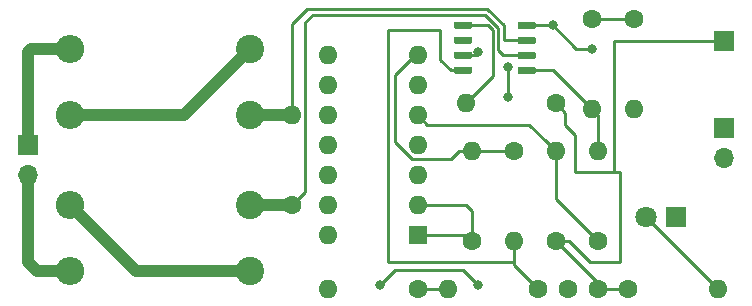
<source format=gtl>
G04 #@! TF.GenerationSoftware,KiCad,Pcbnew,5.0.2-bee76a0~70~ubuntu18.04.1*
G04 #@! TF.CreationDate,2019-03-27T19:33:44-04:00*
G04 #@! TF.ProjectId,linemonitor,6c696e65-6d6f-46e6-9974-6f722e6b6963,rev?*
G04 #@! TF.SameCoordinates,Original*
G04 #@! TF.FileFunction,Copper,L1,Top*
G04 #@! TF.FilePolarity,Positive*
%FSLAX46Y46*%
G04 Gerber Fmt 4.6, Leading zero omitted, Abs format (unit mm)*
G04 Created by KiCad (PCBNEW 5.0.2-bee76a0~70~ubuntu18.04.1) date Wed 27 Mar 2019 07:33:44 PM EDT*
%MOMM*%
%LPD*%
G01*
G04 APERTURE LIST*
G04 #@! TA.AperFunction,ComponentPad*
%ADD10C,1.600000*%
G04 #@! TD*
G04 #@! TA.AperFunction,ComponentPad*
%ADD11C,2.400000*%
G04 #@! TD*
G04 #@! TA.AperFunction,ComponentPad*
%ADD12O,2.400000X2.400000*%
G04 #@! TD*
G04 #@! TA.AperFunction,ComponentPad*
%ADD13O,1.600000X1.600000*%
G04 #@! TD*
G04 #@! TA.AperFunction,Conductor*
%ADD14C,0.100000*%
G04 #@! TD*
G04 #@! TA.AperFunction,SMDPad,CuDef*
%ADD15C,0.600000*%
G04 #@! TD*
G04 #@! TA.AperFunction,ComponentPad*
%ADD16R,1.600000X1.600000*%
G04 #@! TD*
G04 #@! TA.AperFunction,ComponentPad*
%ADD17R,1.800000X1.800000*%
G04 #@! TD*
G04 #@! TA.AperFunction,ComponentPad*
%ADD18C,1.800000*%
G04 #@! TD*
G04 #@! TA.AperFunction,ComponentPad*
%ADD19R,1.700000X1.700000*%
G04 #@! TD*
G04 #@! TA.AperFunction,ComponentPad*
%ADD20O,1.700000X1.700000*%
G04 #@! TD*
G04 #@! TA.AperFunction,ViaPad*
%ADD21C,0.800000*%
G04 #@! TD*
G04 #@! TA.AperFunction,Conductor*
%ADD22C,0.250000*%
G04 #@! TD*
G04 #@! TA.AperFunction,Conductor*
%ADD23C,1.000000*%
G04 #@! TD*
G04 APERTURE END LIST*
D10*
G04 #@! TO.P,C1,1*
G04 #@! TO.N,Net-(C1-Pad1)*
X116840000Y-110236000D03*
G04 #@! TO.P,C1,2*
G04 #@! TO.N,GNDREF*
X114340000Y-110236000D03*
G04 #@! TD*
D11*
G04 #@! TO.P,R1,1*
G04 #@! TO.N,Net-(R1-Pad1)*
X87376000Y-108712000D03*
D12*
G04 #@! TO.P,R1,2*
G04 #@! TO.N,Net-(J1-Pad2)*
X72136000Y-108712000D03*
G04 #@! TD*
G04 #@! TO.P,R2,2*
G04 #@! TO.N,Net-(R1-Pad1)*
X72136000Y-103124000D03*
D11*
G04 #@! TO.P,R2,1*
G04 #@! TO.N,Net-(R2-Pad1)*
X87376000Y-103124000D03*
G04 #@! TD*
G04 #@! TO.P,R3,1*
G04 #@! TO.N,Net-(R3-Pad1)*
X87376000Y-89916000D03*
D12*
G04 #@! TO.P,R3,2*
G04 #@! TO.N,Net-(J1-Pad1)*
X72136000Y-89916000D03*
G04 #@! TD*
G04 #@! TO.P,R4,2*
G04 #@! TO.N,Net-(R3-Pad1)*
X72136000Y-95504000D03*
D11*
G04 #@! TO.P,R4,1*
G04 #@! TO.N,Net-(R4-Pad1)*
X87376000Y-95504000D03*
G04 #@! TD*
D10*
G04 #@! TO.P,R5,1*
G04 #@! TO.N,Net-(R2-Pad1)*
X90932000Y-103124000D03*
D13*
G04 #@! TO.P,R5,2*
G04 #@! TO.N,Net-(R4-Pad1)*
X90932000Y-95504000D03*
G04 #@! TD*
G04 #@! TO.P,R6,2*
G04 #@! TO.N,Net-(R6-Pad2)*
X106172000Y-98552000D03*
D10*
G04 #@! TO.P,R6,1*
G04 #@! TO.N,Net-(C1-Pad1)*
X106172000Y-106172000D03*
G04 #@! TD*
G04 #@! TO.P,R7,1*
G04 #@! TO.N,Net-(R7-Pad1)*
X119888000Y-87376000D03*
D13*
G04 #@! TO.P,R7,2*
G04 #@! TO.N,GNDREF*
X119888000Y-94996000D03*
G04 #@! TD*
G04 #@! TO.P,R8,2*
G04 #@! TO.N,Net-(R11-Pad1)*
X109728000Y-106172000D03*
D10*
G04 #@! TO.P,R8,1*
G04 #@! TO.N,Net-(R6-Pad2)*
X109728000Y-98552000D03*
G04 #@! TD*
G04 #@! TO.P,R9,1*
G04 #@! TO.N,Net-(R7-Pad1)*
X116332000Y-87376000D03*
D13*
G04 #@! TO.P,R9,2*
G04 #@! TO.N,Net-(R12-Pad2)*
X116332000Y-94996000D03*
G04 #@! TD*
G04 #@! TO.P,R10,2*
G04 #@! TO.N,GNDREF*
X93980000Y-110236000D03*
D10*
G04 #@! TO.P,R10,1*
G04 #@! TO.N,Net-(R10-Pad1)*
X101600000Y-110236000D03*
G04 #@! TD*
D13*
G04 #@! TO.P,R11,2*
G04 #@! TO.N,Net-(R10-Pad1)*
X104140000Y-110236000D03*
D10*
G04 #@! TO.P,R11,1*
G04 #@! TO.N,Net-(R11-Pad1)*
X111760000Y-110236000D03*
G04 #@! TD*
G04 #@! TO.P,R12,1*
G04 #@! TO.N,Net-(R12-Pad1)*
X116840000Y-106172000D03*
D13*
G04 #@! TO.P,R12,2*
G04 #@! TO.N,Net-(R12-Pad2)*
X116840000Y-98552000D03*
G04 #@! TD*
G04 #@! TO.P,R15,2*
G04 #@! TO.N,+3V3*
X105664000Y-94488000D03*
D10*
G04 #@! TO.P,R15,1*
G04 #@! TO.N,Net-(C1-Pad1)*
X113284000Y-94488000D03*
G04 #@! TD*
G04 #@! TO.P,R17,1*
G04 #@! TO.N,Net-(C1-Pad1)*
X113284000Y-106172000D03*
D13*
G04 #@! TO.P,R17,2*
G04 #@! TO.N,Net-(R12-Pad1)*
X113284000Y-98552000D03*
G04 #@! TD*
D14*
G04 #@! TO.N,+3V3*
G04 #@! TO.C,U1*
G36*
X106036703Y-87584722D02*
X106051264Y-87586882D01*
X106065543Y-87590459D01*
X106079403Y-87595418D01*
X106092710Y-87601712D01*
X106105336Y-87609280D01*
X106117159Y-87618048D01*
X106128066Y-87627934D01*
X106137952Y-87638841D01*
X106146720Y-87650664D01*
X106154288Y-87663290D01*
X106160582Y-87676597D01*
X106165541Y-87690457D01*
X106169118Y-87704736D01*
X106171278Y-87719297D01*
X106172000Y-87734000D01*
X106172000Y-88034000D01*
X106171278Y-88048703D01*
X106169118Y-88063264D01*
X106165541Y-88077543D01*
X106160582Y-88091403D01*
X106154288Y-88104710D01*
X106146720Y-88117336D01*
X106137952Y-88129159D01*
X106128066Y-88140066D01*
X106117159Y-88149952D01*
X106105336Y-88158720D01*
X106092710Y-88166288D01*
X106079403Y-88172582D01*
X106065543Y-88177541D01*
X106051264Y-88181118D01*
X106036703Y-88183278D01*
X106022000Y-88184000D01*
X104798000Y-88184000D01*
X104783297Y-88183278D01*
X104768736Y-88181118D01*
X104754457Y-88177541D01*
X104740597Y-88172582D01*
X104727290Y-88166288D01*
X104714664Y-88158720D01*
X104702841Y-88149952D01*
X104691934Y-88140066D01*
X104682048Y-88129159D01*
X104673280Y-88117336D01*
X104665712Y-88104710D01*
X104659418Y-88091403D01*
X104654459Y-88077543D01*
X104650882Y-88063264D01*
X104648722Y-88048703D01*
X104648000Y-88034000D01*
X104648000Y-87734000D01*
X104648722Y-87719297D01*
X104650882Y-87704736D01*
X104654459Y-87690457D01*
X104659418Y-87676597D01*
X104665712Y-87663290D01*
X104673280Y-87650664D01*
X104682048Y-87638841D01*
X104691934Y-87627934D01*
X104702841Y-87618048D01*
X104714664Y-87609280D01*
X104727290Y-87601712D01*
X104740597Y-87595418D01*
X104754457Y-87590459D01*
X104768736Y-87586882D01*
X104783297Y-87584722D01*
X104798000Y-87584000D01*
X106022000Y-87584000D01*
X106036703Y-87584722D01*
X106036703Y-87584722D01*
G37*
D15*
G04 #@! TD*
G04 #@! TO.P,U1,1*
G04 #@! TO.N,+3V3*
X105410000Y-87884000D03*
D14*
G04 #@! TO.N,Net-(U1-Pad2)*
G04 #@! TO.C,U1*
G36*
X106036703Y-88854722D02*
X106051264Y-88856882D01*
X106065543Y-88860459D01*
X106079403Y-88865418D01*
X106092710Y-88871712D01*
X106105336Y-88879280D01*
X106117159Y-88888048D01*
X106128066Y-88897934D01*
X106137952Y-88908841D01*
X106146720Y-88920664D01*
X106154288Y-88933290D01*
X106160582Y-88946597D01*
X106165541Y-88960457D01*
X106169118Y-88974736D01*
X106171278Y-88989297D01*
X106172000Y-89004000D01*
X106172000Y-89304000D01*
X106171278Y-89318703D01*
X106169118Y-89333264D01*
X106165541Y-89347543D01*
X106160582Y-89361403D01*
X106154288Y-89374710D01*
X106146720Y-89387336D01*
X106137952Y-89399159D01*
X106128066Y-89410066D01*
X106117159Y-89419952D01*
X106105336Y-89428720D01*
X106092710Y-89436288D01*
X106079403Y-89442582D01*
X106065543Y-89447541D01*
X106051264Y-89451118D01*
X106036703Y-89453278D01*
X106022000Y-89454000D01*
X104798000Y-89454000D01*
X104783297Y-89453278D01*
X104768736Y-89451118D01*
X104754457Y-89447541D01*
X104740597Y-89442582D01*
X104727290Y-89436288D01*
X104714664Y-89428720D01*
X104702841Y-89419952D01*
X104691934Y-89410066D01*
X104682048Y-89399159D01*
X104673280Y-89387336D01*
X104665712Y-89374710D01*
X104659418Y-89361403D01*
X104654459Y-89347543D01*
X104650882Y-89333264D01*
X104648722Y-89318703D01*
X104648000Y-89304000D01*
X104648000Y-89004000D01*
X104648722Y-88989297D01*
X104650882Y-88974736D01*
X104654459Y-88960457D01*
X104659418Y-88946597D01*
X104665712Y-88933290D01*
X104673280Y-88920664D01*
X104682048Y-88908841D01*
X104691934Y-88897934D01*
X104702841Y-88888048D01*
X104714664Y-88879280D01*
X104727290Y-88871712D01*
X104740597Y-88865418D01*
X104754457Y-88860459D01*
X104768736Y-88856882D01*
X104783297Y-88854722D01*
X104798000Y-88854000D01*
X106022000Y-88854000D01*
X106036703Y-88854722D01*
X106036703Y-88854722D01*
G37*
D15*
G04 #@! TD*
G04 #@! TO.P,U1,2*
G04 #@! TO.N,Net-(U1-Pad2)*
X105410000Y-89154000D03*
D14*
G04 #@! TO.N,GNDREF*
G04 #@! TO.C,U1*
G36*
X106036703Y-90124722D02*
X106051264Y-90126882D01*
X106065543Y-90130459D01*
X106079403Y-90135418D01*
X106092710Y-90141712D01*
X106105336Y-90149280D01*
X106117159Y-90158048D01*
X106128066Y-90167934D01*
X106137952Y-90178841D01*
X106146720Y-90190664D01*
X106154288Y-90203290D01*
X106160582Y-90216597D01*
X106165541Y-90230457D01*
X106169118Y-90244736D01*
X106171278Y-90259297D01*
X106172000Y-90274000D01*
X106172000Y-90574000D01*
X106171278Y-90588703D01*
X106169118Y-90603264D01*
X106165541Y-90617543D01*
X106160582Y-90631403D01*
X106154288Y-90644710D01*
X106146720Y-90657336D01*
X106137952Y-90669159D01*
X106128066Y-90680066D01*
X106117159Y-90689952D01*
X106105336Y-90698720D01*
X106092710Y-90706288D01*
X106079403Y-90712582D01*
X106065543Y-90717541D01*
X106051264Y-90721118D01*
X106036703Y-90723278D01*
X106022000Y-90724000D01*
X104798000Y-90724000D01*
X104783297Y-90723278D01*
X104768736Y-90721118D01*
X104754457Y-90717541D01*
X104740597Y-90712582D01*
X104727290Y-90706288D01*
X104714664Y-90698720D01*
X104702841Y-90689952D01*
X104691934Y-90680066D01*
X104682048Y-90669159D01*
X104673280Y-90657336D01*
X104665712Y-90644710D01*
X104659418Y-90631403D01*
X104654459Y-90617543D01*
X104650882Y-90603264D01*
X104648722Y-90588703D01*
X104648000Y-90574000D01*
X104648000Y-90274000D01*
X104648722Y-90259297D01*
X104650882Y-90244736D01*
X104654459Y-90230457D01*
X104659418Y-90216597D01*
X104665712Y-90203290D01*
X104673280Y-90190664D01*
X104682048Y-90178841D01*
X104691934Y-90167934D01*
X104702841Y-90158048D01*
X104714664Y-90149280D01*
X104727290Y-90141712D01*
X104740597Y-90135418D01*
X104754457Y-90130459D01*
X104768736Y-90126882D01*
X104783297Y-90124722D01*
X104798000Y-90124000D01*
X106022000Y-90124000D01*
X106036703Y-90124722D01*
X106036703Y-90124722D01*
G37*
D15*
G04 #@! TD*
G04 #@! TO.P,U1,3*
G04 #@! TO.N,GNDREF*
X105410000Y-90424000D03*
D14*
G04 #@! TO.N,Net-(R11-Pad1)*
G04 #@! TO.C,U1*
G36*
X106036703Y-91394722D02*
X106051264Y-91396882D01*
X106065543Y-91400459D01*
X106079403Y-91405418D01*
X106092710Y-91411712D01*
X106105336Y-91419280D01*
X106117159Y-91428048D01*
X106128066Y-91437934D01*
X106137952Y-91448841D01*
X106146720Y-91460664D01*
X106154288Y-91473290D01*
X106160582Y-91486597D01*
X106165541Y-91500457D01*
X106169118Y-91514736D01*
X106171278Y-91529297D01*
X106172000Y-91544000D01*
X106172000Y-91844000D01*
X106171278Y-91858703D01*
X106169118Y-91873264D01*
X106165541Y-91887543D01*
X106160582Y-91901403D01*
X106154288Y-91914710D01*
X106146720Y-91927336D01*
X106137952Y-91939159D01*
X106128066Y-91950066D01*
X106117159Y-91959952D01*
X106105336Y-91968720D01*
X106092710Y-91976288D01*
X106079403Y-91982582D01*
X106065543Y-91987541D01*
X106051264Y-91991118D01*
X106036703Y-91993278D01*
X106022000Y-91994000D01*
X104798000Y-91994000D01*
X104783297Y-91993278D01*
X104768736Y-91991118D01*
X104754457Y-91987541D01*
X104740597Y-91982582D01*
X104727290Y-91976288D01*
X104714664Y-91968720D01*
X104702841Y-91959952D01*
X104691934Y-91950066D01*
X104682048Y-91939159D01*
X104673280Y-91927336D01*
X104665712Y-91914710D01*
X104659418Y-91901403D01*
X104654459Y-91887543D01*
X104650882Y-91873264D01*
X104648722Y-91858703D01*
X104648000Y-91844000D01*
X104648000Y-91544000D01*
X104648722Y-91529297D01*
X104650882Y-91514736D01*
X104654459Y-91500457D01*
X104659418Y-91486597D01*
X104665712Y-91473290D01*
X104673280Y-91460664D01*
X104682048Y-91448841D01*
X104691934Y-91437934D01*
X104702841Y-91428048D01*
X104714664Y-91419280D01*
X104727290Y-91411712D01*
X104740597Y-91405418D01*
X104754457Y-91400459D01*
X104768736Y-91396882D01*
X104783297Y-91394722D01*
X104798000Y-91394000D01*
X106022000Y-91394000D01*
X106036703Y-91394722D01*
X106036703Y-91394722D01*
G37*
D15*
G04 #@! TD*
G04 #@! TO.P,U1,4*
G04 #@! TO.N,Net-(R11-Pad1)*
X105410000Y-91694000D03*
D14*
G04 #@! TO.N,Net-(R12-Pad2)*
G04 #@! TO.C,U1*
G36*
X111446703Y-91394722D02*
X111461264Y-91396882D01*
X111475543Y-91400459D01*
X111489403Y-91405418D01*
X111502710Y-91411712D01*
X111515336Y-91419280D01*
X111527159Y-91428048D01*
X111538066Y-91437934D01*
X111547952Y-91448841D01*
X111556720Y-91460664D01*
X111564288Y-91473290D01*
X111570582Y-91486597D01*
X111575541Y-91500457D01*
X111579118Y-91514736D01*
X111581278Y-91529297D01*
X111582000Y-91544000D01*
X111582000Y-91844000D01*
X111581278Y-91858703D01*
X111579118Y-91873264D01*
X111575541Y-91887543D01*
X111570582Y-91901403D01*
X111564288Y-91914710D01*
X111556720Y-91927336D01*
X111547952Y-91939159D01*
X111538066Y-91950066D01*
X111527159Y-91959952D01*
X111515336Y-91968720D01*
X111502710Y-91976288D01*
X111489403Y-91982582D01*
X111475543Y-91987541D01*
X111461264Y-91991118D01*
X111446703Y-91993278D01*
X111432000Y-91994000D01*
X110208000Y-91994000D01*
X110193297Y-91993278D01*
X110178736Y-91991118D01*
X110164457Y-91987541D01*
X110150597Y-91982582D01*
X110137290Y-91976288D01*
X110124664Y-91968720D01*
X110112841Y-91959952D01*
X110101934Y-91950066D01*
X110092048Y-91939159D01*
X110083280Y-91927336D01*
X110075712Y-91914710D01*
X110069418Y-91901403D01*
X110064459Y-91887543D01*
X110060882Y-91873264D01*
X110058722Y-91858703D01*
X110058000Y-91844000D01*
X110058000Y-91544000D01*
X110058722Y-91529297D01*
X110060882Y-91514736D01*
X110064459Y-91500457D01*
X110069418Y-91486597D01*
X110075712Y-91473290D01*
X110083280Y-91460664D01*
X110092048Y-91448841D01*
X110101934Y-91437934D01*
X110112841Y-91428048D01*
X110124664Y-91419280D01*
X110137290Y-91411712D01*
X110150597Y-91405418D01*
X110164457Y-91400459D01*
X110178736Y-91396882D01*
X110193297Y-91394722D01*
X110208000Y-91394000D01*
X111432000Y-91394000D01*
X111446703Y-91394722D01*
X111446703Y-91394722D01*
G37*
D15*
G04 #@! TD*
G04 #@! TO.P,U1,5*
G04 #@! TO.N,Net-(R12-Pad2)*
X110820000Y-91694000D03*
D14*
G04 #@! TO.N,Net-(R2-Pad1)*
G04 #@! TO.C,U1*
G36*
X111446703Y-90124722D02*
X111461264Y-90126882D01*
X111475543Y-90130459D01*
X111489403Y-90135418D01*
X111502710Y-90141712D01*
X111515336Y-90149280D01*
X111527159Y-90158048D01*
X111538066Y-90167934D01*
X111547952Y-90178841D01*
X111556720Y-90190664D01*
X111564288Y-90203290D01*
X111570582Y-90216597D01*
X111575541Y-90230457D01*
X111579118Y-90244736D01*
X111581278Y-90259297D01*
X111582000Y-90274000D01*
X111582000Y-90574000D01*
X111581278Y-90588703D01*
X111579118Y-90603264D01*
X111575541Y-90617543D01*
X111570582Y-90631403D01*
X111564288Y-90644710D01*
X111556720Y-90657336D01*
X111547952Y-90669159D01*
X111538066Y-90680066D01*
X111527159Y-90689952D01*
X111515336Y-90698720D01*
X111502710Y-90706288D01*
X111489403Y-90712582D01*
X111475543Y-90717541D01*
X111461264Y-90721118D01*
X111446703Y-90723278D01*
X111432000Y-90724000D01*
X110208000Y-90724000D01*
X110193297Y-90723278D01*
X110178736Y-90721118D01*
X110164457Y-90717541D01*
X110150597Y-90712582D01*
X110137290Y-90706288D01*
X110124664Y-90698720D01*
X110112841Y-90689952D01*
X110101934Y-90680066D01*
X110092048Y-90669159D01*
X110083280Y-90657336D01*
X110075712Y-90644710D01*
X110069418Y-90631403D01*
X110064459Y-90617543D01*
X110060882Y-90603264D01*
X110058722Y-90588703D01*
X110058000Y-90574000D01*
X110058000Y-90274000D01*
X110058722Y-90259297D01*
X110060882Y-90244736D01*
X110064459Y-90230457D01*
X110069418Y-90216597D01*
X110075712Y-90203290D01*
X110083280Y-90190664D01*
X110092048Y-90178841D01*
X110101934Y-90167934D01*
X110112841Y-90158048D01*
X110124664Y-90149280D01*
X110137290Y-90141712D01*
X110150597Y-90135418D01*
X110164457Y-90130459D01*
X110178736Y-90126882D01*
X110193297Y-90124722D01*
X110208000Y-90124000D01*
X111432000Y-90124000D01*
X111446703Y-90124722D01*
X111446703Y-90124722D01*
G37*
D15*
G04 #@! TD*
G04 #@! TO.P,U1,6*
G04 #@! TO.N,Net-(R2-Pad1)*
X110820000Y-90424000D03*
D14*
G04 #@! TO.N,Net-(R4-Pad1)*
G04 #@! TO.C,U1*
G36*
X111446703Y-88854722D02*
X111461264Y-88856882D01*
X111475543Y-88860459D01*
X111489403Y-88865418D01*
X111502710Y-88871712D01*
X111515336Y-88879280D01*
X111527159Y-88888048D01*
X111538066Y-88897934D01*
X111547952Y-88908841D01*
X111556720Y-88920664D01*
X111564288Y-88933290D01*
X111570582Y-88946597D01*
X111575541Y-88960457D01*
X111579118Y-88974736D01*
X111581278Y-88989297D01*
X111582000Y-89004000D01*
X111582000Y-89304000D01*
X111581278Y-89318703D01*
X111579118Y-89333264D01*
X111575541Y-89347543D01*
X111570582Y-89361403D01*
X111564288Y-89374710D01*
X111556720Y-89387336D01*
X111547952Y-89399159D01*
X111538066Y-89410066D01*
X111527159Y-89419952D01*
X111515336Y-89428720D01*
X111502710Y-89436288D01*
X111489403Y-89442582D01*
X111475543Y-89447541D01*
X111461264Y-89451118D01*
X111446703Y-89453278D01*
X111432000Y-89454000D01*
X110208000Y-89454000D01*
X110193297Y-89453278D01*
X110178736Y-89451118D01*
X110164457Y-89447541D01*
X110150597Y-89442582D01*
X110137290Y-89436288D01*
X110124664Y-89428720D01*
X110112841Y-89419952D01*
X110101934Y-89410066D01*
X110092048Y-89399159D01*
X110083280Y-89387336D01*
X110075712Y-89374710D01*
X110069418Y-89361403D01*
X110064459Y-89347543D01*
X110060882Y-89333264D01*
X110058722Y-89318703D01*
X110058000Y-89304000D01*
X110058000Y-89004000D01*
X110058722Y-88989297D01*
X110060882Y-88974736D01*
X110064459Y-88960457D01*
X110069418Y-88946597D01*
X110075712Y-88933290D01*
X110083280Y-88920664D01*
X110092048Y-88908841D01*
X110101934Y-88897934D01*
X110112841Y-88888048D01*
X110124664Y-88879280D01*
X110137290Y-88871712D01*
X110150597Y-88865418D01*
X110164457Y-88860459D01*
X110178736Y-88856882D01*
X110193297Y-88854722D01*
X110208000Y-88854000D01*
X111432000Y-88854000D01*
X111446703Y-88854722D01*
X111446703Y-88854722D01*
G37*
D15*
G04 #@! TD*
G04 #@! TO.P,U1,7*
G04 #@! TO.N,Net-(R4-Pad1)*
X110820000Y-89154000D03*
D14*
G04 #@! TO.N,GNDREF*
G04 #@! TO.C,U1*
G36*
X111446703Y-87584722D02*
X111461264Y-87586882D01*
X111475543Y-87590459D01*
X111489403Y-87595418D01*
X111502710Y-87601712D01*
X111515336Y-87609280D01*
X111527159Y-87618048D01*
X111538066Y-87627934D01*
X111547952Y-87638841D01*
X111556720Y-87650664D01*
X111564288Y-87663290D01*
X111570582Y-87676597D01*
X111575541Y-87690457D01*
X111579118Y-87704736D01*
X111581278Y-87719297D01*
X111582000Y-87734000D01*
X111582000Y-88034000D01*
X111581278Y-88048703D01*
X111579118Y-88063264D01*
X111575541Y-88077543D01*
X111570582Y-88091403D01*
X111564288Y-88104710D01*
X111556720Y-88117336D01*
X111547952Y-88129159D01*
X111538066Y-88140066D01*
X111527159Y-88149952D01*
X111515336Y-88158720D01*
X111502710Y-88166288D01*
X111489403Y-88172582D01*
X111475543Y-88177541D01*
X111461264Y-88181118D01*
X111446703Y-88183278D01*
X111432000Y-88184000D01*
X110208000Y-88184000D01*
X110193297Y-88183278D01*
X110178736Y-88181118D01*
X110164457Y-88177541D01*
X110150597Y-88172582D01*
X110137290Y-88166288D01*
X110124664Y-88158720D01*
X110112841Y-88149952D01*
X110101934Y-88140066D01*
X110092048Y-88129159D01*
X110083280Y-88117336D01*
X110075712Y-88104710D01*
X110069418Y-88091403D01*
X110064459Y-88077543D01*
X110060882Y-88063264D01*
X110058722Y-88048703D01*
X110058000Y-88034000D01*
X110058000Y-87734000D01*
X110058722Y-87719297D01*
X110060882Y-87704736D01*
X110064459Y-87690457D01*
X110069418Y-87676597D01*
X110075712Y-87663290D01*
X110083280Y-87650664D01*
X110092048Y-87638841D01*
X110101934Y-87627934D01*
X110112841Y-87618048D01*
X110124664Y-87609280D01*
X110137290Y-87601712D01*
X110150597Y-87595418D01*
X110164457Y-87590459D01*
X110178736Y-87586882D01*
X110193297Y-87584722D01*
X110208000Y-87584000D01*
X111432000Y-87584000D01*
X111446703Y-87584722D01*
X111446703Y-87584722D01*
G37*
D15*
G04 #@! TD*
G04 #@! TO.P,U1,8*
G04 #@! TO.N,GNDREF*
X110820000Y-87884000D03*
D16*
G04 #@! TO.P,U2,1*
G04 #@! TO.N,Net-(C1-Pad1)*
X101600000Y-105664000D03*
D13*
G04 #@! TO.P,U2,8*
G04 #@! TO.N,N/C*
X93980000Y-90424000D03*
G04 #@! TO.P,U2,2*
G04 #@! TO.N,Net-(C1-Pad1)*
X101600000Y-103124000D03*
G04 #@! TO.P,U2,9*
G04 #@! TO.N,N/C*
X93980000Y-92964000D03*
G04 #@! TO.P,U2,3*
G04 #@! TO.N,+3V3*
X101600000Y-100584000D03*
G04 #@! TO.P,U2,10*
G04 #@! TO.N,N/C*
X93980000Y-95504000D03*
G04 #@! TO.P,U2,4*
G04 #@! TO.N,Net-(R10-Pad1)*
X101600000Y-98044000D03*
G04 #@! TO.P,U2,11*
G04 #@! TO.N,N/C*
X93980000Y-98044000D03*
G04 #@! TO.P,U2,5*
G04 #@! TO.N,Net-(R12-Pad1)*
X101600000Y-95504000D03*
G04 #@! TO.P,U2,12*
G04 #@! TO.N,GNDREF*
X93980000Y-100584000D03*
G04 #@! TO.P,U2,6*
G04 #@! TO.N,Net-(R7-Pad1)*
X101600000Y-92964000D03*
G04 #@! TO.P,U2,13*
G04 #@! TO.N,N/C*
X93980000Y-103124000D03*
G04 #@! TO.P,U2,7*
G04 #@! TO.N,Net-(R6-Pad2)*
X101600000Y-90424000D03*
G04 #@! TO.P,U2,14*
G04 #@! TO.N,N/C*
X93980000Y-105664000D03*
G04 #@! TD*
D17*
G04 #@! TO.P,D1,1*
G04 #@! TO.N,GNDREF*
X123444000Y-104140000D03*
D18*
G04 #@! TO.P,D1,2*
G04 #@! TO.N,Net-(D1-Pad2)*
X120904000Y-104140000D03*
G04 #@! TD*
D10*
G04 #@! TO.P,R99,1*
G04 #@! TO.N,Net-(C1-Pad1)*
X119380000Y-110236000D03*
D13*
G04 #@! TO.P,R99,2*
G04 #@! TO.N,Net-(D1-Pad2)*
X127000000Y-110236000D03*
G04 #@! TD*
D19*
G04 #@! TO.P,J2,1*
G04 #@! TO.N,Net-(C1-Pad1)*
X127508000Y-89217500D03*
G04 #@! TD*
G04 #@! TO.P,J1,1*
G04 #@! TO.N,Net-(J1-Pad1)*
X68580000Y-98044000D03*
D20*
G04 #@! TO.P,J1,2*
G04 #@! TO.N,Net-(J1-Pad2)*
X68580000Y-100584000D03*
G04 #@! TD*
G04 #@! TO.P,J3,2*
G04 #@! TO.N,GNDREF*
X127508000Y-99123500D03*
D19*
G04 #@! TO.P,J3,1*
G04 #@! TO.N,+3V3*
X127508000Y-96583500D03*
G04 #@! TD*
D21*
G04 #@! TO.N,GNDREF*
X106680000Y-90170000D03*
X109220000Y-91440000D03*
X109220000Y-93980000D03*
X106680000Y-109855000D03*
X98425000Y-109855000D03*
X113030000Y-87884000D03*
X116332000Y-89852500D03*
G04 #@! TD*
D22*
G04 #@! TO.N,GNDREF*
X106426000Y-90424000D02*
X106680000Y-90170000D01*
X105410000Y-90424000D02*
X106426000Y-90424000D01*
X105410000Y-108585000D02*
X106680000Y-109855000D01*
X98425000Y-109855000D02*
X99695000Y-108585000D01*
X99695000Y-108585000D02*
X105410000Y-108585000D01*
X113030000Y-87884000D02*
X110820000Y-87884000D01*
X114998500Y-89852500D02*
X116332000Y-89852500D01*
X113030000Y-87884000D02*
X114998500Y-89852500D01*
X109220000Y-92005685D02*
X109220000Y-93980000D01*
X109220000Y-91440000D02*
X109220000Y-92005685D01*
D23*
G04 #@! TO.N,Net-(R1-Pad1)*
X77724000Y-108712000D02*
X87376000Y-108712000D01*
X72136000Y-103124000D02*
X77724000Y-108712000D01*
G04 #@! TO.N,Net-(R2-Pad1)*
X87376000Y-103124000D02*
X90932000Y-103124000D01*
D22*
X108839000Y-90424000D02*
X110820000Y-90424000D01*
X108400009Y-89985009D02*
X108839000Y-90424000D01*
X92075000Y-101981000D02*
X92075000Y-87630000D01*
X90932000Y-103124000D02*
X92075000Y-101981000D01*
X92075000Y-87630000D02*
X92710000Y-86995000D01*
X92710000Y-86995000D02*
X107316410Y-86995000D01*
X107316410Y-86995000D02*
X108400009Y-88078599D01*
X108400009Y-88078599D02*
X108400009Y-89985009D01*
D23*
G04 #@! TO.N,Net-(R3-Pad1)*
X81788000Y-95504000D02*
X72136000Y-95504000D01*
X87376000Y-89916000D02*
X81788000Y-95504000D01*
G04 #@! TO.N,Net-(R4-Pad1)*
X87376000Y-95504000D02*
X90932000Y-95504000D01*
D22*
X108850019Y-89154000D02*
X110820000Y-89154000D01*
X108850019Y-87892199D02*
X108850019Y-89154000D01*
X107444820Y-86487000D02*
X108850019Y-87892199D01*
X92202000Y-86487000D02*
X107444820Y-86487000D01*
X90932000Y-95504000D02*
X90932000Y-87757000D01*
X90932000Y-87757000D02*
X92202000Y-86487000D01*
G04 #@! TO.N,Net-(R6-Pad2)*
X107303370Y-98552000D02*
X109728000Y-98552000D01*
X106172000Y-98552000D02*
X107303370Y-98552000D01*
X105040630Y-98552000D02*
X106172000Y-98552000D01*
X99695000Y-92075000D02*
X99695000Y-97804002D01*
X101346000Y-90424000D02*
X99695000Y-92075000D01*
X104423629Y-99169001D02*
X105040630Y-98552000D01*
X101600000Y-90424000D02*
X101346000Y-90424000D01*
X99695000Y-97804002D02*
X101059999Y-99169001D01*
X101059999Y-99169001D02*
X104423629Y-99169001D01*
G04 #@! TO.N,Net-(R7-Pad1)*
X118756630Y-87376000D02*
X116332000Y-87376000D01*
X119888000Y-87376000D02*
X118756630Y-87376000D01*
G04 #@! TO.N,Net-(R11-Pad1)*
X109728000Y-108204000D02*
X111760000Y-110236000D01*
X99060000Y-88265000D02*
X99060000Y-107950000D01*
X109728000Y-107950000D02*
X109728000Y-108204000D01*
X109728000Y-106172000D02*
X109728000Y-107950000D01*
X103505000Y-88265000D02*
X99060000Y-88265000D01*
X99060000Y-107950000D02*
X109728000Y-107950000D01*
X105410000Y-91694000D02*
X104394000Y-91694000D01*
X104394000Y-91694000D02*
X103505000Y-90805000D01*
X103505000Y-90805000D02*
X103505000Y-88265000D01*
G04 #@! TO.N,Net-(R12-Pad2)*
X116840000Y-95504000D02*
X116332000Y-94996000D01*
X116840000Y-98552000D02*
X116840000Y-95504000D01*
X113030000Y-91694000D02*
X116332000Y-94996000D01*
X110820000Y-91694000D02*
X113030000Y-91694000D01*
G04 #@! TO.N,Net-(R10-Pad1)*
X102731370Y-110236000D02*
X104140000Y-110236000D01*
X101600000Y-110236000D02*
X102731370Y-110236000D01*
G04 #@! TO.N,Net-(R12-Pad1)*
X113284000Y-102616000D02*
X116840000Y-106172000D01*
X113284000Y-98552000D02*
X113284000Y-102616000D01*
X112484001Y-97752001D02*
X113284000Y-98552000D01*
X111035999Y-96303999D02*
X112484001Y-97752001D01*
X102399999Y-96303999D02*
X111035999Y-96303999D01*
X101600000Y-95504000D02*
X102399999Y-96303999D01*
G04 #@! TO.N,+3V3*
X105410000Y-87884000D02*
X107569000Y-87884000D01*
X107950000Y-88265000D02*
X107569000Y-87884000D01*
X107950000Y-92202000D02*
X105664000Y-94488000D01*
X107950000Y-88265000D02*
X107950000Y-92202000D01*
G04 #@! TO.N,Net-(D1-Pad2)*
X126200001Y-109436001D02*
X120904000Y-104140000D01*
X127000000Y-110236000D02*
X126200001Y-109436001D01*
G04 #@! TO.N,Net-(C1-Pad1)*
X105664000Y-105664000D02*
X106172000Y-106172000D01*
X101600000Y-105664000D02*
X105664000Y-105664000D01*
X106172000Y-106172000D02*
X106172000Y-103632000D01*
X105664000Y-103124000D02*
X101600000Y-103124000D01*
X106172000Y-103632000D02*
X105664000Y-103124000D01*
X116840000Y-109728000D02*
X116840000Y-110236000D01*
X113284000Y-106172000D02*
X116840000Y-109728000D01*
X117971370Y-110236000D02*
X119380000Y-110236000D01*
X116840000Y-110236000D02*
X117971370Y-110236000D01*
X114083999Y-95287999D02*
X114083999Y-96303999D01*
X113284000Y-94488000D02*
X114083999Y-95287999D01*
X114083999Y-96303999D02*
X114935000Y-97155000D01*
X114935000Y-97155000D02*
X114935000Y-100330000D01*
X114427000Y-106172000D02*
X113284000Y-106172000D01*
X118745000Y-100330000D02*
X118745000Y-107950000D01*
X116205000Y-107950000D02*
X114427000Y-106172000D01*
X118745000Y-107950000D02*
X116205000Y-107950000D01*
X118173500Y-89217500D02*
X118173500Y-100266500D01*
X114935000Y-100330000D02*
X118237000Y-100330000D01*
X118173500Y-100266500D02*
X118237000Y-100330000D01*
X118237000Y-100330000D02*
X118745000Y-100330000D01*
X127508000Y-89217500D02*
X118173500Y-89217500D01*
D23*
G04 #@! TO.N,Net-(J1-Pad1)*
X72136000Y-89916000D02*
X68834000Y-89916000D01*
X68580000Y-90170000D02*
X68580000Y-98044000D01*
X68834000Y-89916000D02*
X68580000Y-90170000D01*
G04 #@! TO.N,Net-(J1-Pad2)*
X69342000Y-108712000D02*
X72136000Y-108712000D01*
X68580000Y-100584000D02*
X68580000Y-107950000D01*
X68580000Y-107950000D02*
X69342000Y-108712000D01*
G04 #@! TD*
M02*

</source>
